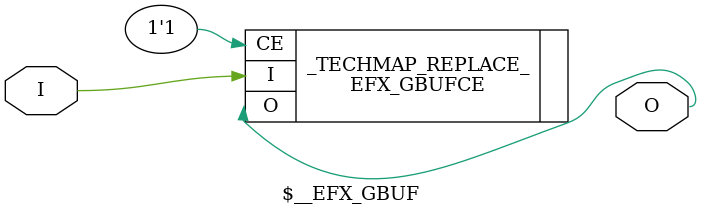
<source format=v>

module \$__EFX_GBUF (input I, output O);
  EFX_GBUFCE #(.CE_POLARITY(1'b1)) _TECHMAP_REPLACE_ (.I(I), .O(O), .CE(1'b1));
endmodule

</source>
